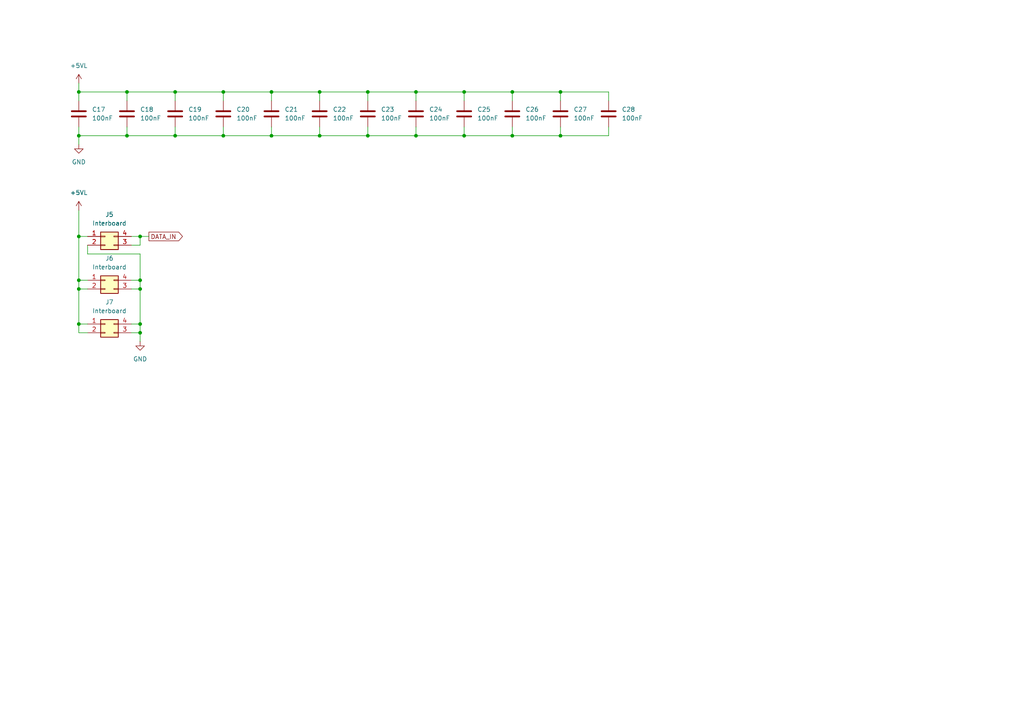
<source format=kicad_sch>
(kicad_sch (version 20231120) (generator "eeschema") (generator_version "8.0")
  (paper "A4")
  (title_block (title "Small Pendant") (rev "A") (company "MJHaahr") (comment 1 "Matthew Haahr"))
  (lib_symbols
    (symbol "Connector_Generic:Conn_02x02_Counter_Clockwise" (pin_names (offset 1.016) hide)
      (property "Reference" "J" (at 1.27 2.54 0))
      (property "Value" "Conn_02x02_Counter_Clockwise" (at 1.27 -5.08 0))
      (symbol "Conn_02x02_Counter_Clockwise_1_1"
        (rectangle (start -1.27 -2.413) (end 0 -2.667) (stroke (width 0.1524)))
        (rectangle (start -1.27 0.127) (end 0 -0.127) (stroke (width 0.1524)))
        (rectangle (start -1.27 1.27) (end 3.81 -3.81) (stroke (width 0.254)) (fill (type background)))
        (rectangle (start 3.81 -2.413) (end 2.54 -2.667) (stroke (width 0.1524)))
        (rectangle (start 3.81 0.127) (end 2.54 -0.127) (stroke (width 0.1524)))
        (pin passive line (at -5.08 0 0) (length 3.81) (name "Pin_1") (number "1"))
        (pin passive line (at -5.08 -2.54 0) (length 3.81) (name "Pin_2") (number "2"))
        (pin passive line (at 7.62 -2.54 180) (length 3.81) (name "Pin_3") (number "3"))
        (pin passive line (at 7.62 0 180) (length 3.81) (name "Pin_4") (number "4"))
      )
    )
    (symbol "Device:C" (pin_numbers hide) (pin_names (offset 0.254))
      (property "Reference" "C" (at 0.635 2.54 0))
      (property "Value" "C" (at 0.635 -2.54 0))
      (symbol "C_0_1"
        (polyline (pts (xy -2.032 -0.762) (xy 2.032 -0.762)) (stroke (width 0.508)))
        (polyline (pts (xy -2.032 0.762) (xy 2.032 0.762)) (stroke (width 0.508)))
      )
      (symbol "C_1_1"
        (pin passive line (at 0 3.81 270) (length 2.794) (name "~") (number "1"))
        (pin passive line (at 0 -3.81 90) (length 2.794) (name "~") (number "2"))
      )
    )
    (symbol "power:+5VL" (power) (pin_numbers hide) (pin_names (offset 0) hide)
      (property "Value" "+5VL" (at 0 3.556 0))
      (symbol "+5VL_0_1"
        (polyline (pts (xy -0.762 1.27) (xy 0 2.54)))
        (polyline (pts (xy 0 0) (xy 0 2.54)))
        (polyline (pts (xy 0 2.54) (xy 0.762 1.27)))
      )
      (symbol "+5VL_1_1"
        (pin power_in line (at 0 0 90) (length 0) (name "~") (number "1"))
      )
    )
    (symbol "power:GND" (power) (pin_numbers hide) (pin_names (offset 0) hide)
      (property "Value" "GND" (at 0 -3.81 0))
      (symbol "GND_0_1"
        (polyline (pts (xy 0 0) (xy 0 -1.27) (xy 1.27 -1.27) (xy 0 -2.54) (xy -1.27 -1.27) (xy 0 -1.27)))
      )
      (symbol "GND_1_1"
        (pin power_in line (at 0 0 270) (length 0) (name "~") (number "1"))
      )
    )
  )
  (junction (at 92.71 39.37))
  (junction (at 40.64 96.52))
  (junction (at 148.59 26.67))
  (junction (at 106.68 39.37))
  (junction (at 120.65 39.37))
  (junction (at 22.86 39.37))
  (junction (at 162.56 39.37))
  (junction (at 148.59 39.37))
  (junction (at 120.65 26.67))
  (junction (at 22.86 68.58))
  (junction (at 64.77 39.37))
  (junction (at 40.64 83.82))
  (junction (at 36.83 26.67))
  (junction (at 40.64 81.28))
  (junction (at 64.77 26.67))
  (junction (at 22.86 93.98))
  (junction (at 40.64 93.98))
  (junction (at 92.71 26.67))
  (junction (at 22.86 83.82))
  (junction (at 134.62 39.37))
  (junction (at 78.74 26.67))
  (junction (at 22.86 26.67))
  (junction (at 50.8 39.37))
  (junction (at 106.68 26.67))
  (junction (at 78.74 39.37))
  (junction (at 134.62 26.67))
  (junction (at 40.64 68.58))
  (junction (at 50.8 26.67))
  (junction (at 162.56 26.67))
  (junction (at 22.86 81.28))
  (junction (at 36.83 39.37))
  (wire (pts (xy 40.64 96.52) (xy 40.64 99.06)))
  (wire (pts (xy 22.86 68.58) (xy 25.4 68.58)))
  (wire (pts (xy 22.86 29.21) (xy 22.86 26.67)))
  (wire (pts (xy 36.83 26.67) (xy 36.83 29.21)))
  (wire (pts (xy 40.64 68.58) (xy 43.18 68.58)))
  (wire (pts (xy 148.59 39.37) (xy 162.56 39.37)))
  (wire (pts (xy 176.53 39.37) (xy 176.53 36.83)))
  (wire (pts (xy 162.56 26.67) (xy 176.53 26.67)))
  (wire (pts (xy 40.64 81.28) (xy 40.64 83.82)))
  (wire (pts (xy 22.86 83.82) (xy 22.86 93.98)))
  (wire (pts (xy 64.77 39.37) (xy 64.77 36.83)))
  (wire (pts (xy 148.59 36.83) (xy 148.59 39.37)))
  (wire (pts (xy 22.86 60.96) (xy 22.86 68.58)))
  (wire (pts (xy 25.4 73.66) (xy 40.64 73.66)))
  (wire (pts (xy 78.74 26.67) (xy 92.71 26.67)))
  (wire (pts (xy 134.62 39.37) (xy 120.65 39.37)))
  (wire (pts (xy 22.86 26.67) (xy 36.83 26.67)))
  (wire (pts (xy 22.86 93.98) (xy 22.86 96.52)))
  (wire (pts (xy 92.71 39.37) (xy 78.74 39.37)))
  (wire (pts (xy 22.86 41.91) (xy 22.86 39.37)))
  (wire (pts (xy 25.4 81.28) (xy 22.86 81.28)))
  (wire (pts (xy 40.64 73.66) (xy 40.64 81.28)))
  (wire (pts (xy 134.62 26.67) (xy 134.62 29.21)))
  (wire (pts (xy 120.65 39.37) (xy 120.65 36.83)))
  (wire (pts (xy 106.68 39.37) (xy 92.71 39.37)))
  (wire (pts (xy 64.77 39.37) (xy 50.8 39.37)))
  (wire (pts (xy 134.62 26.67) (xy 148.59 26.67)))
  (wire (pts (xy 176.53 26.67) (xy 176.53 29.21)))
  (wire (pts (xy 148.59 26.67) (xy 148.59 29.21)))
  (wire (pts (xy 78.74 26.67) (xy 78.74 29.21)))
  (wire (pts (xy 148.59 26.67) (xy 162.56 26.67)))
  (wire (pts (xy 92.71 26.67) (xy 92.71 29.21)))
  (wire (pts (xy 78.74 39.37) (xy 78.74 36.83)))
  (wire (pts (xy 134.62 39.37) (xy 134.62 36.83)))
  (wire (pts (xy 22.86 68.58) (xy 22.86 81.28)))
  (wire (pts (xy 40.64 93.98) (xy 40.64 96.52)))
  (wire (pts (xy 162.56 29.21) (xy 162.56 26.67)))
  (wire (pts (xy 50.8 26.67) (xy 50.8 29.21)))
  (wire (pts (xy 50.8 39.37) (xy 50.8 36.83)))
  (wire (pts (xy 148.59 39.37) (xy 134.62 39.37)))
  (wire (pts (xy 38.1 68.58) (xy 40.64 68.58)))
  (wire (pts (xy 22.86 24.13) (xy 22.86 26.67)))
  (wire (pts (xy 106.68 26.67) (xy 106.68 29.21)))
  (wire (pts (xy 106.68 26.67) (xy 120.65 26.67)))
  (wire (pts (xy 25.4 71.12) (xy 25.4 73.66)))
  (wire (pts (xy 22.86 96.52) (xy 25.4 96.52)))
  (wire (pts (xy 176.53 39.37) (xy 162.56 39.37)))
  (wire (pts (xy 120.65 26.67) (xy 134.62 26.67)))
  (wire (pts (xy 64.77 26.67) (xy 64.77 29.21)))
  (wire (pts (xy 38.1 81.28) (xy 40.64 81.28)))
  (wire (pts (xy 36.83 39.37) (xy 22.86 39.37)))
  (wire (pts (xy 22.86 83.82) (xy 25.4 83.82)))
  (wire (pts (xy 162.56 39.37) (xy 162.56 36.83)))
  (wire (pts (xy 40.64 96.52) (xy 38.1 96.52)))
  (wire (pts (xy 50.8 26.67) (xy 64.77 26.67)))
  (wire (pts (xy 120.65 39.37) (xy 106.68 39.37)))
  (wire (pts (xy 22.86 39.37) (xy 22.86 36.83)))
  (wire (pts (xy 38.1 93.98) (xy 40.64 93.98)))
  (wire (pts (xy 40.64 71.12) (xy 40.64 68.58)))
  (wire (pts (xy 38.1 71.12) (xy 40.64 71.12)))
  (wire (pts (xy 36.83 26.67) (xy 50.8 26.67)))
  (wire (pts (xy 78.74 39.37) (xy 64.77 39.37)))
  (wire (pts (xy 40.64 83.82) (xy 38.1 83.82)))
  (wire (pts (xy 64.77 26.67) (xy 78.74 26.67)))
  (wire (pts (xy 40.64 83.82) (xy 40.64 93.98)))
  (wire (pts (xy 25.4 93.98) (xy 22.86 93.98)))
  (wire (pts (xy 36.83 39.37) (xy 36.83 36.83)))
  (wire (pts (xy 106.68 39.37) (xy 106.68 36.83)))
  (wire (pts (xy 50.8 39.37) (xy 36.83 39.37)))
  (wire (pts (xy 92.71 39.37) (xy 92.71 36.83)))
  (wire (pts (xy 22.86 81.28) (xy 22.86 83.82)))
  (wire (pts (xy 92.71 26.67) (xy 106.68 26.67)))
  (wire (pts (xy 120.65 26.67) (xy 120.65 29.21)))
  (global_label "DATA_IN" (shape output) (at 43.18 68.58 0) (property "Intersheetrefs" "${INTERSHEET_REFS}" (effects (hide yes))))
  (symbol (lib_id "Device:C") (at 162.56 33.02 0) (unit 1)
    (property "Reference" "C27" (at 166.37 31.7499 0) (effects (justify left)))
    (property "Value" "100nF" (at 166.37 34.2899 0) (effects (justify left)))
    (property "Footprint" "Capacitor_SMD:C_0402_1005Metric" (effects (hide yes)))
    (property "Description" "Unpolarized capacitor" (effects (hide yes)))
  )
  (symbol (lib_id "Connector_Generic:Conn_02x02_Counter_Clockwise") (at 30.48 81.28 0) (unit 1)
    (property "Reference" "J6" (at 31.75 74.93 0))
    (property "Value" "Interboard" (at 31.75 77.47 0))
    (property "Footprint" "Connector_PinHeader_1.27mm:PinHeader_2x02_P1.27mm_Vertical_SMD" (effects (hide yes)))
    (property "Description" "Generic connector, double row, 02x02, counter clockwise pin numbering scheme (similar to DIP package numbering), script generated (kicad-library-utils/schlib/autogen/connector/)" (effects (hide yes)))
  )
  (symbol (lib_id "power:GND") (at 22.86 41.91 0) (unit 1)
    (property "Reference" "#PWR021" (effects (hide yes)))
    (property "Value" "GND" (at 22.86 46.99 0))
    (property "Description" "Power symbol creates a global label with name \"GND\" , ground" (effects (hide yes)))
  )
  (symbol (lib_id "Device:C") (at 148.59 33.02 0) (unit 1)
    (property "Reference" "C26" (at 152.4 31.7499 0) (effects (justify left)))
    (property "Value" "100nF" (at 152.4 34.2899 0) (effects (justify left)))
    (property "Footprint" "Capacitor_SMD:C_0402_1005Metric" (effects (hide yes)))
    (property "Description" "Unpolarized capacitor" (effects (hide yes)))
  )
  (symbol (lib_id "Device:C") (at 22.86 33.02 0) (unit 1)
    (property "Reference" "C17" (at 26.67 31.7499 0) (effects (justify left)))
    (property "Value" "100nF" (at 26.67 34.2899 0) (effects (justify left)))
    (property "Footprint" "Capacitor_SMD:C_0402_1005Metric" (effects (hide yes)))
    (property "Description" "Unpolarized capacitor" (effects (hide yes)))
  )
  (symbol (lib_id "power:+5VL") (at 22.86 24.13 0) (unit 1)
    (property "Reference" "#PWR020" (effects (hide yes)))
    (property "Value" "+5VL" (at 22.86 19.05 0))
    (property "Description" "Power symbol creates a global label with name \"+5VL\"" (effects (hide yes)))
  )
  (symbol (lib_id "power:+5VL") (at 22.86 60.96 0) (unit 1)
    (property "Reference" "#PWR022" (effects (hide yes)))
    (property "Value" "+5VL" (at 22.86 55.88 0))
    (property "Description" "Power symbol creates a global label with name \"+5VL\"" (effects (hide yes)))
  )
  (symbol (lib_id "power:GND") (at 40.64 99.06 0) (unit 1)
    (property "Reference" "#PWR029" (effects (hide yes)))
    (property "Value" "GND" (at 40.64 104.14 0))
    (property "Description" "Power symbol creates a global label with name \"GND\" , ground" (effects (hide yes)))
  )
  (symbol (lib_id "Device:C") (at 92.71 33.02 0) (unit 1)
    (property "Reference" "C22" (at 96.52 31.7499 0) (effects (justify left)))
    (property "Value" "100nF" (at 96.52 34.2899 0) (effects (justify left)))
    (property "Footprint" "Capacitor_SMD:C_0402_1005Metric" (effects (hide yes)))
    (property "Description" "Unpolarized capacitor" (effects (hide yes)))
  )
  (symbol (lib_id "Device:C") (at 78.74 33.02 0) (unit 1)
    (property "Reference" "C21" (at 82.55 31.7499 0) (effects (justify left)))
    (property "Value" "100nF" (at 82.55 34.2899 0) (effects (justify left)))
    (property "Footprint" "Capacitor_SMD:C_0402_1005Metric" (effects (hide yes)))
    (property "Description" "Unpolarized capacitor" (effects (hide yes)))
  )
  (symbol (lib_id "Device:C") (at 36.83 33.02 0) (unit 1)
    (property "Reference" "C18" (at 40.64 31.7499 0) (effects (justify left)))
    (property "Value" "100nF" (at 40.64 34.2899 0) (effects (justify left)))
    (property "Footprint" "Capacitor_SMD:C_0402_1005Metric" (effects (hide yes)))
    (property "Description" "Unpolarized capacitor" (effects (hide yes)))
  )
  (symbol (lib_id "Connector_Generic:Conn_02x02_Counter_Clockwise") (at 30.48 93.98 0) (unit 1)
    (property "Reference" "J7" (at 31.75 87.63 0))
    (property "Value" "Interboard" (at 31.75 90.17 0))
    (property "Footprint" "Connector_PinHeader_1.27mm:PinHeader_2x02_P1.27mm_Vertical_SMD" (effects (hide yes)))
    (property "Description" "Generic connector, double row, 02x02, counter clockwise pin numbering scheme (similar to DIP package numbering), script generated (kicad-library-utils/schlib/autogen/connector/)" (effects (hide yes)))
  )
  (symbol (lib_id "Device:C") (at 176.53 33.02 0) (unit 1)
    (property "Reference" "C28" (at 180.34 31.7499 0) (effects (justify left)))
    (property "Value" "100nF" (at 180.34 34.2899 0) (effects (justify left)))
    (property "Footprint" "Capacitor_SMD:C_0402_1005Metric" (effects (hide yes)))
    (property "Description" "Unpolarized capacitor" (effects (hide yes)))
  )
  (symbol (lib_id "Connector_Generic:Conn_02x02_Counter_Clockwise") (at 30.48 68.58 0) (unit 1)
    (property "Reference" "J5" (at 31.75 62.23 0))
    (property "Value" "Interboard" (at 31.75 64.77 0))
    (property "Footprint" "Connector_PinHeader_1.27mm:PinHeader_2x02_P1.27mm_Vertical_SMD" (effects (hide yes)))
    (property "Description" "Generic connector, double row, 02x02, counter clockwise pin numbering scheme (similar to DIP package numbering), script generated (kicad-library-utils/schlib/autogen/connector/)" (effects (hide yes)))
  )
  (symbol (lib_id "Device:C") (at 50.8 33.02 0) (unit 1)
    (property "Reference" "C19" (at 54.61 31.7499 0) (effects (justify left)))
    (property "Value" "100nF" (at 54.61 34.2899 0) (effects (justify left)))
    (property "Footprint" "Capacitor_SMD:C_0402_1005Metric" (effects (hide yes)))
    (property "Description" "Unpolarized capacitor" (effects (hide yes)))
  )
  (symbol (lib_id "Device:C") (at 134.62 33.02 0) (unit 1)
    (property "Reference" "C25" (at 138.43 31.7499 0) (effects (justify left)))
    (property "Value" "100nF" (at 138.43 34.2899 0) (effects (justify left)))
    (property "Footprint" "Capacitor_SMD:C_0402_1005Metric" (effects (hide yes)))
    (property "Description" "Unpolarized capacitor" (effects (hide yes)))
  )
  (symbol (lib_id "Device:C") (at 120.65 33.02 0) (unit 1)
    (property "Reference" "C24" (at 124.46 31.7499 0) (effects (justify left)))
    (property "Value" "100nF" (at 124.46 34.2899 0) (effects (justify left)))
    (property "Footprint" "Capacitor_SMD:C_0402_1005Metric" (effects (hide yes)))
    (property "Description" "Unpolarized capacitor" (effects (hide yes)))
  )
  (symbol (lib_id "Device:C") (at 64.77 33.02 0) (unit 1)
    (property "Reference" "C20" (at 68.58 31.7499 0) (effects (justify left)))
    (property "Value" "100nF" (at 68.58 34.2899 0) (effects (justify left)))
    (property "Footprint" "Capacitor_SMD:C_0402_1005Metric" (effects (hide yes)))
    (property "Description" "Unpolarized capacitor" (effects (hide yes)))
  )
  (symbol (lib_id "Device:C") (at 106.68 33.02 0) (unit 1)
    (property "Reference" "C23" (at 110.49 31.7499 0) (effects (justify left)))
    (property "Value" "100nF" (at 110.49 34.2899 0) (effects (justify left)))
    (property "Footprint" "Capacitor_SMD:C_0402_1005Metric" (effects (hide yes)))
    (property "Description" "Unpolarized capacitor" (effects (hide yes)))
  )
)
</source>
